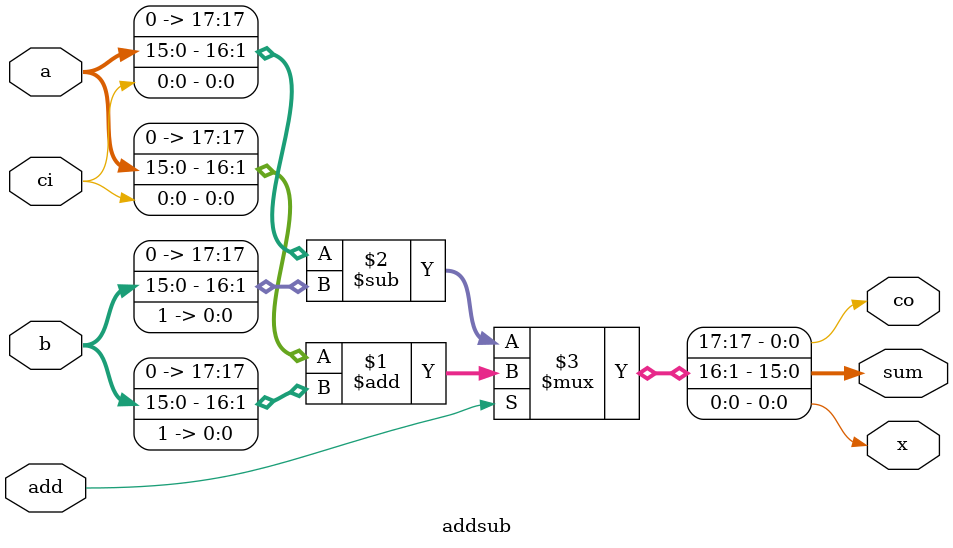
<source format=v>
`timescale 1ns / 1ps


module addsub(
  input  add, ci,
  input  [15:0] a, b,
  output [15:0] sum,
  output x, co
    );
    assign {co,sum,x}= add ? {a,ci}+{b,1'b1}
                         : {a,ci}-{b,1'b1};
endmodule

</source>
